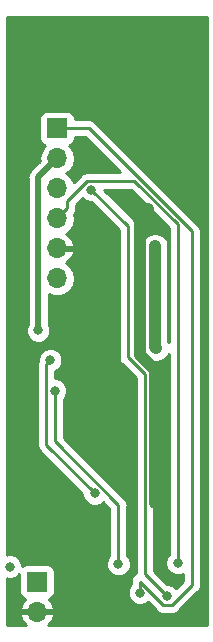
<source format=gtl>
%TF.GenerationSoftware,KiCad,Pcbnew,5.0.2-bee76a0~70~ubuntu18.04.1*%
%TF.CreationDate,2019-03-26T11:43:16+00:00*%
%TF.ProjectId,enclustra_clockpcb,656e636c-7573-4747-9261-5f636c6f636b,rev?*%
%TF.SameCoordinates,Original*%
%TF.FileFunction,Copper,L1,Top*%
%TF.FilePolarity,Positive*%
%FSLAX46Y46*%
G04 Gerber Fmt 4.6, Leading zero omitted, Abs format (unit mm)*
G04 Created by KiCad (PCBNEW 5.0.2-bee76a0~70~ubuntu18.04.1) date Tue 26 Mar 2019 11:43:16 GMT*
%MOMM*%
%LPD*%
G01*
G04 APERTURE LIST*
%ADD10R,1.700000X1.700000*%
%ADD11O,1.700000X1.700000*%
%ADD12C,0.800000*%
%ADD13C,1.000000*%
%ADD14C,0.250000*%
%ADD15C,0.500000*%
%ADD16C,0.254000*%
G04 APERTURE END LIST*
D10*
X101900000Y-87200000D03*
D11*
X101900000Y-89740000D03*
X101900000Y-92280000D03*
X101900000Y-94820000D03*
X101900000Y-97360000D03*
X101900000Y-99900000D03*
D10*
X100200000Y-125600000D03*
D11*
X100200000Y-128140000D03*
D12*
X105400000Y-120200000D03*
X103100000Y-118900000D03*
X110200000Y-118900000D03*
X110200000Y-107700000D03*
X109600000Y-94000000D03*
X104100000Y-108800000D03*
X110200000Y-84000000D03*
X102000000Y-79600000D03*
X104013834Y-97360000D03*
X104100000Y-89900000D03*
X110200000Y-97200000D03*
X110300000Y-105800000D03*
X97900000Y-124300000D03*
X105087347Y-118112653D03*
X101323107Y-106813771D03*
X107100000Y-124100000D03*
X101700000Y-109400000D03*
X112100000Y-124000000D03*
X108900000Y-126500000D03*
X111200000Y-126800000D03*
X104800000Y-92400000D03*
X100299998Y-104300000D03*
D13*
X105400000Y-120200000D02*
X104400000Y-120200000D01*
X104400000Y-120200000D02*
X103100000Y-118900000D01*
X110200000Y-118900000D02*
X110200000Y-107700000D01*
X109600000Y-94565685D02*
X109600000Y-94000000D01*
X108900000Y-95265685D02*
X109600000Y-94565685D01*
X110200000Y-107700000D02*
X108900000Y-106400000D01*
X108900000Y-106400000D02*
X108900000Y-95265685D01*
X110200000Y-97200000D02*
X110200000Y-105700000D01*
X110200000Y-105700000D02*
X110300000Y-105800000D01*
D14*
X100974999Y-107161879D02*
X101323107Y-106813771D01*
X105087347Y-118112653D02*
X100974999Y-114000305D01*
X100974999Y-114000305D02*
X100974999Y-107161879D01*
X107100000Y-124100000D02*
X107100000Y-119100000D01*
X107100000Y-119100000D02*
X101700000Y-113700000D01*
X101700000Y-113700000D02*
X101700000Y-109400000D01*
X101900000Y-94820000D02*
X102749999Y-93970001D01*
X102749999Y-93970001D02*
X102749999Y-93376999D01*
X102749999Y-93376999D02*
X104451999Y-91674999D01*
X104451999Y-91674999D02*
X108441739Y-91674999D01*
X112100000Y-123434315D02*
X112100000Y-124000000D01*
X108441739Y-91674999D02*
X112100000Y-95333260D01*
X112100000Y-95333260D02*
X112100000Y-123434315D01*
X111648001Y-127525001D02*
X113300000Y-125873002D01*
X104603150Y-87200000D02*
X101900000Y-87200000D01*
X108900000Y-126500000D02*
X108900001Y-125573003D01*
X110851999Y-127525001D02*
X111648001Y-127525001D01*
X113300000Y-95896850D02*
X104603150Y-87200000D01*
X108900001Y-125573003D02*
X110851999Y-127525001D01*
X113300000Y-125873002D02*
X113300000Y-95896850D01*
X109350010Y-108016750D02*
X107900000Y-106566740D01*
X111200000Y-126800000D02*
X109350010Y-124950010D01*
X109350010Y-124950010D02*
X109350010Y-108016750D01*
X107900000Y-106566740D02*
X107900000Y-95500000D01*
X107900000Y-95500000D02*
X104800000Y-92400000D01*
D15*
X101900000Y-89740000D02*
X100299998Y-91340002D01*
X100299998Y-103734315D02*
X100299998Y-104300000D01*
X100299998Y-91340002D02*
X100299998Y-103734315D01*
D16*
G36*
X114565000Y-129265000D02*
X101145318Y-129265000D01*
X101471645Y-128906924D01*
X101641476Y-128496890D01*
X101520155Y-128267000D01*
X100327000Y-128267000D01*
X100327000Y-128287000D01*
X100073000Y-128287000D01*
X100073000Y-128267000D01*
X98879845Y-128267000D01*
X98758524Y-128496890D01*
X98928355Y-128906924D01*
X99254682Y-129265000D01*
X97635000Y-129265000D01*
X97635000Y-125310509D01*
X97694126Y-125335000D01*
X98105874Y-125335000D01*
X98486280Y-125177431D01*
X98702560Y-124961151D01*
X98702560Y-126450000D01*
X98751843Y-126697765D01*
X98892191Y-126907809D01*
X99102235Y-127048157D01*
X99205708Y-127068739D01*
X98928355Y-127373076D01*
X98758524Y-127783110D01*
X98879845Y-128013000D01*
X100073000Y-128013000D01*
X100073000Y-127993000D01*
X100327000Y-127993000D01*
X100327000Y-128013000D01*
X101520155Y-128013000D01*
X101641476Y-127783110D01*
X101471645Y-127373076D01*
X101194292Y-127068739D01*
X101297765Y-127048157D01*
X101507809Y-126907809D01*
X101648157Y-126697765D01*
X101697440Y-126450000D01*
X101697440Y-124750000D01*
X101648157Y-124502235D01*
X101507809Y-124292191D01*
X101297765Y-124151843D01*
X101050000Y-124102560D01*
X99350000Y-124102560D01*
X99102235Y-124151843D01*
X98935000Y-124263587D01*
X98935000Y-124094126D01*
X98777431Y-123713720D01*
X98486280Y-123422569D01*
X98105874Y-123265000D01*
X97694126Y-123265000D01*
X97635000Y-123289491D01*
X97635000Y-107161879D01*
X100200111Y-107161879D01*
X100215000Y-107236731D01*
X100214999Y-113925458D01*
X100200111Y-114000305D01*
X100214999Y-114075152D01*
X100214999Y-114075156D01*
X100259095Y-114296841D01*
X100427070Y-114548234D01*
X100490529Y-114590636D01*
X104052347Y-118152456D01*
X104052347Y-118318527D01*
X104209916Y-118698933D01*
X104501067Y-118990084D01*
X104881473Y-119147653D01*
X105293221Y-119147653D01*
X105673627Y-118990084D01*
X105794455Y-118869256D01*
X106340001Y-119414803D01*
X106340000Y-123396289D01*
X106222569Y-123513720D01*
X106065000Y-123894126D01*
X106065000Y-124305874D01*
X106222569Y-124686280D01*
X106513720Y-124977431D01*
X106894126Y-125135000D01*
X107305874Y-125135000D01*
X107686280Y-124977431D01*
X107977431Y-124686280D01*
X108135000Y-124305874D01*
X108135000Y-123894126D01*
X107977431Y-123513720D01*
X107860000Y-123396289D01*
X107860000Y-119174846D01*
X107874888Y-119099999D01*
X107860000Y-119025152D01*
X107860000Y-119025148D01*
X107815904Y-118803463D01*
X107647929Y-118552071D01*
X107584473Y-118509671D01*
X102460000Y-113385199D01*
X102460000Y-110103711D01*
X102577431Y-109986280D01*
X102735000Y-109605874D01*
X102735000Y-109194126D01*
X102577431Y-108813720D01*
X102286280Y-108522569D01*
X101905874Y-108365000D01*
X101734999Y-108365000D01*
X101734999Y-107763436D01*
X101909387Y-107691202D01*
X102200538Y-107400051D01*
X102358107Y-107019645D01*
X102358107Y-106607897D01*
X102200538Y-106227491D01*
X101909387Y-105936340D01*
X101528981Y-105778771D01*
X101117233Y-105778771D01*
X100736827Y-105936340D01*
X100445676Y-106227491D01*
X100288107Y-106607897D01*
X100288107Y-106821924D01*
X100259096Y-106865342D01*
X100200111Y-107161879D01*
X97635000Y-107161879D01*
X97635000Y-104094126D01*
X99264998Y-104094126D01*
X99264998Y-104505874D01*
X99422567Y-104886280D01*
X99713718Y-105177431D01*
X100094124Y-105335000D01*
X100505872Y-105335000D01*
X100886278Y-105177431D01*
X101177429Y-104886280D01*
X101334998Y-104505874D01*
X101334998Y-104094126D01*
X101184998Y-103731993D01*
X101184998Y-101208245D01*
X101320582Y-101298839D01*
X101753744Y-101385000D01*
X102046256Y-101385000D01*
X102479418Y-101298839D01*
X102970625Y-100970625D01*
X103298839Y-100479418D01*
X103414092Y-99900000D01*
X103298839Y-99320582D01*
X102970625Y-98829375D01*
X102651522Y-98616157D01*
X102781358Y-98555183D01*
X103171645Y-98126924D01*
X103341476Y-97716890D01*
X103220155Y-97487000D01*
X102027000Y-97487000D01*
X102027000Y-97507000D01*
X101773000Y-97507000D01*
X101773000Y-97487000D01*
X101753000Y-97487000D01*
X101753000Y-97233000D01*
X101773000Y-97233000D01*
X101773000Y-97213000D01*
X102027000Y-97213000D01*
X102027000Y-97233000D01*
X103220155Y-97233000D01*
X103341476Y-97003110D01*
X103171645Y-96593076D01*
X102781358Y-96164817D01*
X102651522Y-96103843D01*
X102970625Y-95890625D01*
X103298839Y-95399418D01*
X103414092Y-94820000D01*
X103341142Y-94453255D01*
X103465903Y-94266538D01*
X103509999Y-94044853D01*
X103509999Y-94044849D01*
X103524887Y-93970002D01*
X103509999Y-93895155D01*
X103509999Y-93691800D01*
X104069044Y-93132755D01*
X104213720Y-93277431D01*
X104594126Y-93435000D01*
X104760199Y-93435000D01*
X107140001Y-95814803D01*
X107140000Y-106491893D01*
X107125112Y-106566740D01*
X107140000Y-106641587D01*
X107140000Y-106641591D01*
X107184096Y-106863276D01*
X107352071Y-107114669D01*
X107415530Y-107157071D01*
X108590011Y-108331553D01*
X108590010Y-124866089D01*
X108573036Y-124877431D01*
X108352072Y-125025074D01*
X108184098Y-125276466D01*
X108125113Y-125573003D01*
X108140002Y-125647854D01*
X108140001Y-125796288D01*
X108022569Y-125913720D01*
X107865000Y-126294126D01*
X107865000Y-126705874D01*
X108022569Y-127086280D01*
X108313720Y-127377431D01*
X108694126Y-127535000D01*
X109105874Y-127535000D01*
X109486280Y-127377431D01*
X109557954Y-127305757D01*
X110261670Y-128009474D01*
X110304070Y-128072930D01*
X110555462Y-128240905D01*
X110777147Y-128285001D01*
X110777151Y-128285001D01*
X110851998Y-128299889D01*
X110926845Y-128285001D01*
X111573154Y-128285001D01*
X111648001Y-128299889D01*
X111722848Y-128285001D01*
X111722853Y-128285001D01*
X111944538Y-128240905D01*
X112195930Y-128072930D01*
X112238332Y-128009471D01*
X113784476Y-126463329D01*
X113847929Y-126420931D01*
X113890327Y-126357478D01*
X113890329Y-126357476D01*
X114015903Y-126169540D01*
X114015904Y-126169539D01*
X114060000Y-125947854D01*
X114060000Y-125947850D01*
X114074888Y-125873003D01*
X114060000Y-125798156D01*
X114060000Y-95971696D01*
X114074888Y-95896849D01*
X114060000Y-95822002D01*
X114060000Y-95821998D01*
X114015904Y-95600313D01*
X113847929Y-95348921D01*
X113784473Y-95306521D01*
X105193481Y-86715530D01*
X105151079Y-86652071D01*
X104899687Y-86484096D01*
X104678002Y-86440000D01*
X104677997Y-86440000D01*
X104603150Y-86425112D01*
X104528303Y-86440000D01*
X103397440Y-86440000D01*
X103397440Y-86350000D01*
X103348157Y-86102235D01*
X103207809Y-85892191D01*
X102997765Y-85751843D01*
X102750000Y-85702560D01*
X101050000Y-85702560D01*
X100802235Y-85751843D01*
X100592191Y-85892191D01*
X100451843Y-86102235D01*
X100402560Y-86350000D01*
X100402560Y-88050000D01*
X100451843Y-88297765D01*
X100592191Y-88507809D01*
X100802235Y-88648157D01*
X100847619Y-88657184D01*
X100829375Y-88669375D01*
X100501161Y-89160582D01*
X100385908Y-89740000D01*
X100429462Y-89958960D01*
X99735845Y-90652577D01*
X99661949Y-90701953D01*
X99466346Y-90994693D01*
X99414998Y-91252838D01*
X99414998Y-91252841D01*
X99397661Y-91340002D01*
X99414998Y-91427163D01*
X99414999Y-103647146D01*
X99414998Y-103647151D01*
X99414998Y-103731993D01*
X99264998Y-104094126D01*
X97635000Y-104094126D01*
X97635000Y-77735000D01*
X114565001Y-77735000D01*
X114565000Y-129265000D01*
X114565000Y-129265000D01*
G37*
X114565000Y-129265000D02*
X101145318Y-129265000D01*
X101471645Y-128906924D01*
X101641476Y-128496890D01*
X101520155Y-128267000D01*
X100327000Y-128267000D01*
X100327000Y-128287000D01*
X100073000Y-128287000D01*
X100073000Y-128267000D01*
X98879845Y-128267000D01*
X98758524Y-128496890D01*
X98928355Y-128906924D01*
X99254682Y-129265000D01*
X97635000Y-129265000D01*
X97635000Y-125310509D01*
X97694126Y-125335000D01*
X98105874Y-125335000D01*
X98486280Y-125177431D01*
X98702560Y-124961151D01*
X98702560Y-126450000D01*
X98751843Y-126697765D01*
X98892191Y-126907809D01*
X99102235Y-127048157D01*
X99205708Y-127068739D01*
X98928355Y-127373076D01*
X98758524Y-127783110D01*
X98879845Y-128013000D01*
X100073000Y-128013000D01*
X100073000Y-127993000D01*
X100327000Y-127993000D01*
X100327000Y-128013000D01*
X101520155Y-128013000D01*
X101641476Y-127783110D01*
X101471645Y-127373076D01*
X101194292Y-127068739D01*
X101297765Y-127048157D01*
X101507809Y-126907809D01*
X101648157Y-126697765D01*
X101697440Y-126450000D01*
X101697440Y-124750000D01*
X101648157Y-124502235D01*
X101507809Y-124292191D01*
X101297765Y-124151843D01*
X101050000Y-124102560D01*
X99350000Y-124102560D01*
X99102235Y-124151843D01*
X98935000Y-124263587D01*
X98935000Y-124094126D01*
X98777431Y-123713720D01*
X98486280Y-123422569D01*
X98105874Y-123265000D01*
X97694126Y-123265000D01*
X97635000Y-123289491D01*
X97635000Y-107161879D01*
X100200111Y-107161879D01*
X100215000Y-107236731D01*
X100214999Y-113925458D01*
X100200111Y-114000305D01*
X100214999Y-114075152D01*
X100214999Y-114075156D01*
X100259095Y-114296841D01*
X100427070Y-114548234D01*
X100490529Y-114590636D01*
X104052347Y-118152456D01*
X104052347Y-118318527D01*
X104209916Y-118698933D01*
X104501067Y-118990084D01*
X104881473Y-119147653D01*
X105293221Y-119147653D01*
X105673627Y-118990084D01*
X105794455Y-118869256D01*
X106340001Y-119414803D01*
X106340000Y-123396289D01*
X106222569Y-123513720D01*
X106065000Y-123894126D01*
X106065000Y-124305874D01*
X106222569Y-124686280D01*
X106513720Y-124977431D01*
X106894126Y-125135000D01*
X107305874Y-125135000D01*
X107686280Y-124977431D01*
X107977431Y-124686280D01*
X108135000Y-124305874D01*
X108135000Y-123894126D01*
X107977431Y-123513720D01*
X107860000Y-123396289D01*
X107860000Y-119174846D01*
X107874888Y-119099999D01*
X107860000Y-119025152D01*
X107860000Y-119025148D01*
X107815904Y-118803463D01*
X107647929Y-118552071D01*
X107584473Y-118509671D01*
X102460000Y-113385199D01*
X102460000Y-110103711D01*
X102577431Y-109986280D01*
X102735000Y-109605874D01*
X102735000Y-109194126D01*
X102577431Y-108813720D01*
X102286280Y-108522569D01*
X101905874Y-108365000D01*
X101734999Y-108365000D01*
X101734999Y-107763436D01*
X101909387Y-107691202D01*
X102200538Y-107400051D01*
X102358107Y-107019645D01*
X102358107Y-106607897D01*
X102200538Y-106227491D01*
X101909387Y-105936340D01*
X101528981Y-105778771D01*
X101117233Y-105778771D01*
X100736827Y-105936340D01*
X100445676Y-106227491D01*
X100288107Y-106607897D01*
X100288107Y-106821924D01*
X100259096Y-106865342D01*
X100200111Y-107161879D01*
X97635000Y-107161879D01*
X97635000Y-104094126D01*
X99264998Y-104094126D01*
X99264998Y-104505874D01*
X99422567Y-104886280D01*
X99713718Y-105177431D01*
X100094124Y-105335000D01*
X100505872Y-105335000D01*
X100886278Y-105177431D01*
X101177429Y-104886280D01*
X101334998Y-104505874D01*
X101334998Y-104094126D01*
X101184998Y-103731993D01*
X101184998Y-101208245D01*
X101320582Y-101298839D01*
X101753744Y-101385000D01*
X102046256Y-101385000D01*
X102479418Y-101298839D01*
X102970625Y-100970625D01*
X103298839Y-100479418D01*
X103414092Y-99900000D01*
X103298839Y-99320582D01*
X102970625Y-98829375D01*
X102651522Y-98616157D01*
X102781358Y-98555183D01*
X103171645Y-98126924D01*
X103341476Y-97716890D01*
X103220155Y-97487000D01*
X102027000Y-97487000D01*
X102027000Y-97507000D01*
X101773000Y-97507000D01*
X101773000Y-97487000D01*
X101753000Y-97487000D01*
X101753000Y-97233000D01*
X101773000Y-97233000D01*
X101773000Y-97213000D01*
X102027000Y-97213000D01*
X102027000Y-97233000D01*
X103220155Y-97233000D01*
X103341476Y-97003110D01*
X103171645Y-96593076D01*
X102781358Y-96164817D01*
X102651522Y-96103843D01*
X102970625Y-95890625D01*
X103298839Y-95399418D01*
X103414092Y-94820000D01*
X103341142Y-94453255D01*
X103465903Y-94266538D01*
X103509999Y-94044853D01*
X103509999Y-94044849D01*
X103524887Y-93970002D01*
X103509999Y-93895155D01*
X103509999Y-93691800D01*
X104069044Y-93132755D01*
X104213720Y-93277431D01*
X104594126Y-93435000D01*
X104760199Y-93435000D01*
X107140001Y-95814803D01*
X107140000Y-106491893D01*
X107125112Y-106566740D01*
X107140000Y-106641587D01*
X107140000Y-106641591D01*
X107184096Y-106863276D01*
X107352071Y-107114669D01*
X107415530Y-107157071D01*
X108590011Y-108331553D01*
X108590010Y-124866089D01*
X108573036Y-124877431D01*
X108352072Y-125025074D01*
X108184098Y-125276466D01*
X108125113Y-125573003D01*
X108140002Y-125647854D01*
X108140001Y-125796288D01*
X108022569Y-125913720D01*
X107865000Y-126294126D01*
X107865000Y-126705874D01*
X108022569Y-127086280D01*
X108313720Y-127377431D01*
X108694126Y-127535000D01*
X109105874Y-127535000D01*
X109486280Y-127377431D01*
X109557954Y-127305757D01*
X110261670Y-128009474D01*
X110304070Y-128072930D01*
X110555462Y-128240905D01*
X110777147Y-128285001D01*
X110777151Y-128285001D01*
X110851998Y-128299889D01*
X110926845Y-128285001D01*
X111573154Y-128285001D01*
X111648001Y-128299889D01*
X111722848Y-128285001D01*
X111722853Y-128285001D01*
X111944538Y-128240905D01*
X112195930Y-128072930D01*
X112238332Y-128009471D01*
X113784476Y-126463329D01*
X113847929Y-126420931D01*
X113890327Y-126357478D01*
X113890329Y-126357476D01*
X114015903Y-126169540D01*
X114015904Y-126169539D01*
X114060000Y-125947854D01*
X114060000Y-125947850D01*
X114074888Y-125873003D01*
X114060000Y-125798156D01*
X114060000Y-95971696D01*
X114074888Y-95896849D01*
X114060000Y-95822002D01*
X114060000Y-95821998D01*
X114015904Y-95600313D01*
X113847929Y-95348921D01*
X113784473Y-95306521D01*
X105193481Y-86715530D01*
X105151079Y-86652071D01*
X104899687Y-86484096D01*
X104678002Y-86440000D01*
X104677997Y-86440000D01*
X104603150Y-86425112D01*
X104528303Y-86440000D01*
X103397440Y-86440000D01*
X103397440Y-86350000D01*
X103348157Y-86102235D01*
X103207809Y-85892191D01*
X102997765Y-85751843D01*
X102750000Y-85702560D01*
X101050000Y-85702560D01*
X100802235Y-85751843D01*
X100592191Y-85892191D01*
X100451843Y-86102235D01*
X100402560Y-86350000D01*
X100402560Y-88050000D01*
X100451843Y-88297765D01*
X100592191Y-88507809D01*
X100802235Y-88648157D01*
X100847619Y-88657184D01*
X100829375Y-88669375D01*
X100501161Y-89160582D01*
X100385908Y-89740000D01*
X100429462Y-89958960D01*
X99735845Y-90652577D01*
X99661949Y-90701953D01*
X99466346Y-90994693D01*
X99414998Y-91252838D01*
X99414998Y-91252841D01*
X99397661Y-91340002D01*
X99414998Y-91427163D01*
X99414999Y-103647146D01*
X99414998Y-103647151D01*
X99414998Y-103731993D01*
X99264998Y-104094126D01*
X97635000Y-104094126D01*
X97635000Y-77735000D01*
X114565001Y-77735000D01*
X114565000Y-129265000D01*
G36*
X111340000Y-95648063D02*
X111340000Y-105313528D01*
X111335000Y-105306044D01*
X111335000Y-97088217D01*
X111269146Y-96757145D01*
X111018289Y-96381711D01*
X110642854Y-96130854D01*
X110200000Y-96042765D01*
X109757145Y-96130854D01*
X109381711Y-96381711D01*
X109130854Y-96757146D01*
X109065000Y-97088218D01*
X109065001Y-105588212D01*
X109042765Y-105700000D01*
X109130854Y-106142854D01*
X109187407Y-106227491D01*
X109381712Y-106518289D01*
X109476480Y-106581611D01*
X109576477Y-106681608D01*
X109857146Y-106869145D01*
X110299999Y-106957235D01*
X110742854Y-106869145D01*
X111118288Y-106618288D01*
X111340000Y-106286472D01*
X111340001Y-123296288D01*
X111222569Y-123413720D01*
X111065000Y-123794126D01*
X111065000Y-124205874D01*
X111222569Y-124586280D01*
X111513720Y-124877431D01*
X111894126Y-125035000D01*
X112305874Y-125035000D01*
X112540000Y-124938022D01*
X112540000Y-125558199D01*
X111980955Y-126117244D01*
X111786280Y-125922569D01*
X111405874Y-125765000D01*
X111239802Y-125765000D01*
X110110010Y-124635209D01*
X110110010Y-108091598D01*
X110124898Y-108016750D01*
X110110010Y-107941902D01*
X110110010Y-107941898D01*
X110065914Y-107720213D01*
X110065914Y-107720212D01*
X109940339Y-107532277D01*
X109897939Y-107468821D01*
X109834483Y-107426421D01*
X108660000Y-106251939D01*
X108660000Y-95574846D01*
X108674888Y-95499999D01*
X108660000Y-95425152D01*
X108660000Y-95425148D01*
X108615904Y-95203463D01*
X108447929Y-94952071D01*
X108384473Y-94909671D01*
X105909800Y-92434999D01*
X108126938Y-92434999D01*
X111340000Y-95648063D01*
X111340000Y-95648063D01*
G37*
X111340000Y-95648063D02*
X111340000Y-105313528D01*
X111335000Y-105306044D01*
X111335000Y-97088217D01*
X111269146Y-96757145D01*
X111018289Y-96381711D01*
X110642854Y-96130854D01*
X110200000Y-96042765D01*
X109757145Y-96130854D01*
X109381711Y-96381711D01*
X109130854Y-96757146D01*
X109065000Y-97088218D01*
X109065001Y-105588212D01*
X109042765Y-105700000D01*
X109130854Y-106142854D01*
X109187407Y-106227491D01*
X109381712Y-106518289D01*
X109476480Y-106581611D01*
X109576477Y-106681608D01*
X109857146Y-106869145D01*
X110299999Y-106957235D01*
X110742854Y-106869145D01*
X111118288Y-106618288D01*
X111340000Y-106286472D01*
X111340001Y-123296288D01*
X111222569Y-123413720D01*
X111065000Y-123794126D01*
X111065000Y-124205874D01*
X111222569Y-124586280D01*
X111513720Y-124877431D01*
X111894126Y-125035000D01*
X112305874Y-125035000D01*
X112540000Y-124938022D01*
X112540000Y-125558199D01*
X111980955Y-126117244D01*
X111786280Y-125922569D01*
X111405874Y-125765000D01*
X111239802Y-125765000D01*
X110110010Y-124635209D01*
X110110010Y-108091598D01*
X110124898Y-108016750D01*
X110110010Y-107941902D01*
X110110010Y-107941898D01*
X110065914Y-107720213D01*
X110065914Y-107720212D01*
X109940339Y-107532277D01*
X109897939Y-107468821D01*
X109834483Y-107426421D01*
X108660000Y-106251939D01*
X108660000Y-95574846D01*
X108674888Y-95499999D01*
X108660000Y-95425152D01*
X108660000Y-95425148D01*
X108615904Y-95203463D01*
X108447929Y-94952071D01*
X108384473Y-94909671D01*
X105909800Y-92434999D01*
X108126938Y-92434999D01*
X111340000Y-95648063D01*
G36*
X107243348Y-90914999D02*
X104526845Y-90914999D01*
X104451998Y-90900111D01*
X104377151Y-90914999D01*
X104377147Y-90914999D01*
X104155462Y-90959095D01*
X104155460Y-90959096D01*
X104155461Y-90959096D01*
X103967525Y-91084670D01*
X103967523Y-91084672D01*
X103904070Y-91127070D01*
X103861672Y-91190523D01*
X103307595Y-91744601D01*
X103298839Y-91700582D01*
X102970625Y-91209375D01*
X102672239Y-91010000D01*
X102970625Y-90810625D01*
X103298839Y-90319418D01*
X103414092Y-89740000D01*
X103298839Y-89160582D01*
X102970625Y-88669375D01*
X102952381Y-88657184D01*
X102997765Y-88648157D01*
X103207809Y-88507809D01*
X103348157Y-88297765D01*
X103397440Y-88050000D01*
X103397440Y-87960000D01*
X104288349Y-87960000D01*
X107243348Y-90914999D01*
X107243348Y-90914999D01*
G37*
X107243348Y-90914999D02*
X104526845Y-90914999D01*
X104451998Y-90900111D01*
X104377151Y-90914999D01*
X104377147Y-90914999D01*
X104155462Y-90959095D01*
X104155460Y-90959096D01*
X104155461Y-90959096D01*
X103967525Y-91084670D01*
X103967523Y-91084672D01*
X103904070Y-91127070D01*
X103861672Y-91190523D01*
X103307595Y-91744601D01*
X103298839Y-91700582D01*
X102970625Y-91209375D01*
X102672239Y-91010000D01*
X102970625Y-90810625D01*
X103298839Y-90319418D01*
X103414092Y-89740000D01*
X103298839Y-89160582D01*
X102970625Y-88669375D01*
X102952381Y-88657184D01*
X102997765Y-88648157D01*
X103207809Y-88507809D01*
X103348157Y-88297765D01*
X103397440Y-88050000D01*
X103397440Y-87960000D01*
X104288349Y-87960000D01*
X107243348Y-90914999D01*
M02*

</source>
